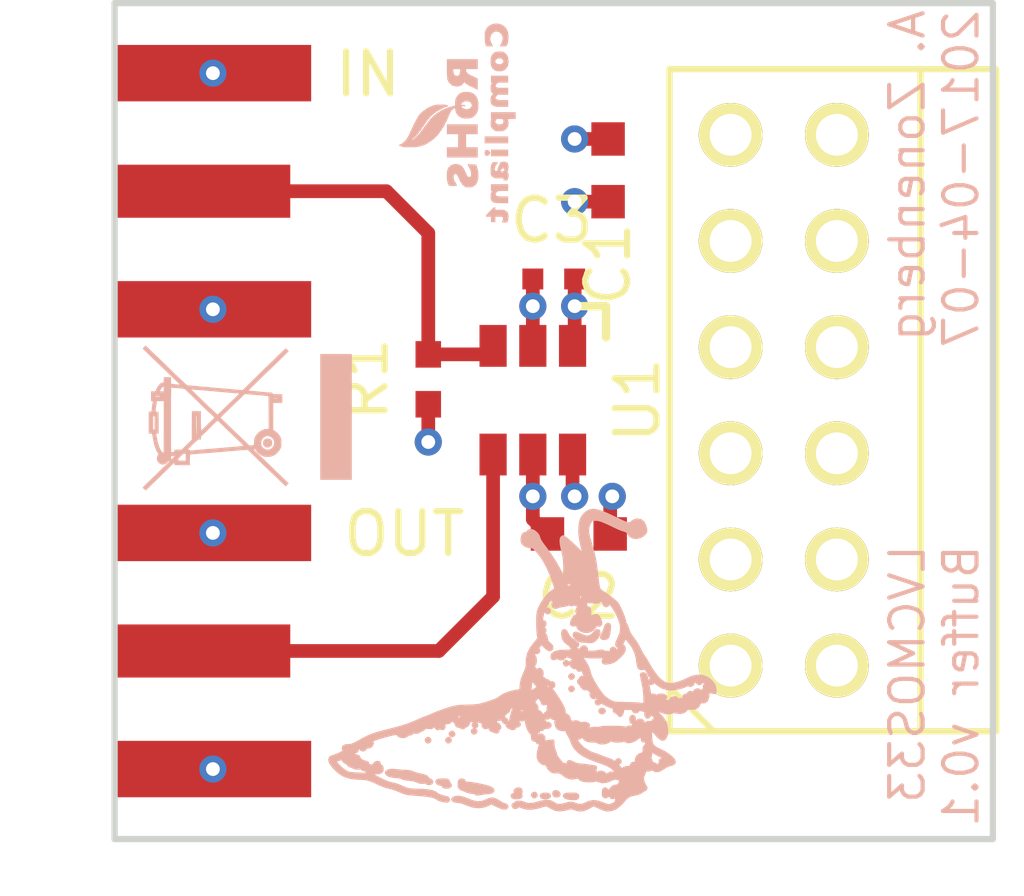
<source format=kicad_pcb>
(kicad_pcb (version 20170123) (host pcbnew "(2017-03-16 revision 996cba7)-master")
  (layers (0 F.Cu signal) (1 In1.Cu signal) (2 In2.Cu signal) (31 B.Cu signal) (34 B.Paste user) (35 F.Paste user) (36 B.SilkS user) (37 F.SilkS user) (38 B.Mask user) (39 F.Mask user) (44 Edge.Cuts user))
  (net 0 "")
  (net 1 /3V3)
  (net 2 /GND)
  (net 3 /VIN)
  (net 4 /VOUT)
  (net 5 "Net-(J1-Pad3)")
  (net 6 "Net-(J1-Pad9)")
  (net 7 "Net-(J1-Pad4)")
  (net 8 "Net-(J1-Pad10)")
  (net 9 "Net-(J1-Pad7)")
  (net 10 "Net-(J1-Pad8)")
  (net 11 "Net-(J1-Pad2)")
  (net 12 "Net-(J1-Pad1)")
  (module azonenberg_pcb:LONGTHING-1200DPI (layer B.Cu) (at 41.2 81.6 180)
    (fp_text reference G*** hide)
    (fp_text value LOGO hide)
  )
  (module w_logo:Logo_silk_ROHS_5x2.8mm (layer B.Cu) (at 40.2 68.4 270)
    (fp_text reference G*** hide)
    (fp_text value LOGO hide)
  )
  (module w_logo:Logo_silk_WEEE_3.4x5mm (layer B.Cu) (at 35.2 75.4 270)
    (fp_text reference G*** hide)
    (fp_text value LOGO hide)
  )
  (module azonenberg_pcb:SOT23_6 (layer F.Cu) (at 42 75 180)
    (fp_text reference U1 (at -2.5 0 270) (layer F.SilkS))
    (fp_text value 74AVC1T45 hide)
    (pad 1 smd rect (at -0.95 1.3 180) (size 0.65 1) (layers F.Cu F.Paste F.Mask) (net 1 /3V3))
    (pad 2 smd rect (at 0 1.3 180) (size 0.65 1) (layers F.Cu F.Paste F.Mask) (net 2 /GND))
    (pad 3 smd rect (at 0.95 1.3 180) (size 0.65 1) (layers F.Cu F.Paste F.Mask) (net 3 /VIN))
    (pad 4 smd rect (at 0.95 -1.3 180) (size 0.65 1) (layers F.Cu F.Paste F.Mask) (net 4 /VOUT))
    (pad 6 smd rect (at -0.95 -1.3 180) (size 0.65 1) (layers F.Cu F.Paste F.Mask) (net 1 /3V3))
    (pad 5 smd rect (at 0 -1.3 180) (size 0.65 1) (layers F.Cu F.Paste F.Mask) (net 1 /3V3))
  )
  (module azonenberg_pcb:CONN_HEADER_2.54MM_2x6_RA_PMOD_MODULE (layer F.Cu) (at 48 75 90)
    (fp_text reference J1 hide)
    (fp_text value PMOD_DEVICE_DIFF)
    (pad 3 thru_hole circle (at -1.27 -1.27 90) (size 1.524 1.524) (drill 1) (layers *.Cu *.Mask F.SilkS) (net 5 "Net-(J1-Pad3)"))
    (pad 9 thru_hole circle (at -1.27 1.27 90) (size 1.524 1.524) (drill 1) (layers *.Cu *.Mask F.SilkS) (net 6 "Net-(J1-Pad9)"))
    (pad 4 thru_hole circle (at 1.27 -1.27 90) (size 1.524 1.524) (drill 1) (layers *.Cu *.Mask F.SilkS) (net 7 "Net-(J1-Pad4)"))
    (pad 5 thru_hole circle (at 3.81 -1.27 90) (size 1.524 1.524) (drill 1) (layers *.Cu *.Mask F.SilkS) (net 2 /GND))
    (pad 6 thru_hole circle (at 6.35 -1.27 90) (size 1.524 1.524) (drill 1) (layers *.Cu *.Mask F.SilkS) (net 1 /3V3))
    (pad 12 thru_hole circle (at 6.35 1.27 90) (size 1.524 1.524) (drill 1) (layers *.Cu *.Mask F.SilkS) (net 1 /3V3))
    (pad 11 thru_hole circle (at 3.81 1.27 90) (size 1.524 1.524) (drill 1) (layers *.Cu *.Mask F.SilkS) (net 2 /GND))
    (pad 10 thru_hole circle (at 1.27 1.27 90) (size 1.524 1.524) (drill 1) (layers *.Cu *.Mask F.SilkS) (net 8 "Net-(J1-Pad10)"))
    (pad 7 thru_hole circle (at -6.35 1.27 90) (size 1.524 1.524) (drill 1) (layers *.Cu *.Mask F.SilkS) (net 9 "Net-(J1-Pad7)"))
    (pad 8 thru_hole circle (at -3.81 1.27 90) (size 1.524 1.524) (drill 1) (layers *.Cu *.Mask F.SilkS) (net 10 "Net-(J1-Pad8)"))
    (pad 2 thru_hole circle (at -3.81 -1.27 90) (size 1.524 1.524) (drill 1) (layers *.Cu *.Mask F.SilkS) (net 11 "Net-(J1-Pad2)"))
    (pad 1 thru_hole circle (at -6.35 -1.27 90) (size 1.524 1.524) (drill 1) (layers *.Cu *.Mask F.SilkS) (net 12 "Net-(J1-Pad1)"))
  )
  (module azonenberg_pcb:CONN_SMA_EDGE_SAMTEC_SMA_J_P_H_ST_EM1 (layer F.Cu) (at 32 81 270)
    (fp_text reference P2 hide)
    (fp_text value SMA)
    (pad 2 smd rect (at -2.825 -2.35 270) (size 1.35 4.7) (layers F.Cu F.Paste F.Mask) (net 2 /GND))
    (pad 2 smd rect (at 2.825 -2.35 270) (size 1.35 4.7) (layers F.Cu F.Paste F.Mask) (net 2 /GND))
    (pad 1 smd rect (at 0 -2.1 270) (size 1.27 4.2) (layers F.Cu F.Paste F.Mask) (net 4 /VOUT))
  )
  (module azonenberg_pcb:CONN_SMA_EDGE_SAMTEC_SMA_J_P_H_ST_EM1 (layer F.Cu) (at 32 70 270)
    (fp_text reference P1 hide)
    (fp_text value SMA)
    (pad 1 smd rect (at 0 -2.1 270) (size 1.27 4.2) (layers F.Cu F.Paste F.Mask) (net 3 /VIN))
    (pad 2 smd rect (at 2.825 -2.35 270) (size 1.35 4.7) (layers F.Cu F.Paste F.Mask) (net 2 /GND))
    (pad 2 smd rect (at -2.825 -2.35 270) (size 1.35 4.7) (layers F.Cu F.Paste F.Mask) (net 2 /GND))
  )
  (module azonenberg_pcb:EIA_0402_CAP_NOSILK (layer F.Cu) (at 42.5 72.1 180)
    (fp_text reference C3 (at 0.05 1.4 180) (layer F.SilkS))
    (fp_text value "0.47 uF" hide)
    (pad 1 smd rect (at -0.5 0 180) (size 0.5 0.5) (layers F.Cu F.Paste F.Mask) (net 1 /3V3))
    (pad 2 smd rect (at 0.5 0 180) (size 0.5 0.5) (layers F.Cu F.Paste F.Mask) (net 2 /GND))
  )
  (module azonenberg_pcb:EIA_0402_RES_NOSILK (layer F.Cu) (at 39.5 74.5 270)
    (fp_text reference R1 (at 0 1.5 270) (layer F.SilkS))
    (fp_text value 49.9 hide)
    (pad 1 smd rect (at -0.597 0 270) (size 0.635 0.61) (layers F.Cu F.Paste F.Mask) (net 3 /VIN))
    (pad 2 smd rect (at 0.597 0 270) (size 0.635 0.61) (layers F.Cu F.Paste F.Mask) (net 2 /GND))
  )
  (module azonenberg_pcb:EIA_0603_CAP_NOSILK (layer F.Cu) (at 43.1 78.2)
    (fp_text reference C2 (at 0 1.5) (layer F.SilkS))
    (fp_text value "4.7 uF" hide)
    (pad 2 smd rect (at 0.75 0) (size 0.8 0.8) (layers F.Cu F.Paste F.Mask) (net 2 /GND))
    (pad 1 smd rect (at -0.75 0) (size 0.8 0.8) (layers F.Cu F.Paste F.Mask) (net 1 /3V3))
  )
  (module azonenberg_pcb:EIA_0603_CAP_NOSILK (layer F.Cu) (at 43.8 69.5 270)
    (fp_text reference C1 (at 2.25 0 270) (layer F.SilkS))
    (fp_text value "4.7 uF" hide)
    (pad 1 smd rect (at -0.75 0 270) (size 0.8 0.8) (layers F.Cu F.Paste F.Mask) (net 1 /3V3))
    (pad 2 smd rect (at 0.75 0 270) (size 0.8 0.8) (layers F.Cu F.Paste F.Mask) (net 2 /GND))
  )
  (gr_text "LVCMOS33\nBuffer v0.1" (at 51.6 78.4 90) (layer B.SilkS) (effects (font (size 0.8 0.8) (thickness 0.1)) (justify left mirror)))
  (gr_text "A. Zonenberg\n2017-04-07" (at 51.6 65.6 90) (layer B.SilkS) (effects (font (size 0.8 0.8) (thickness 0.1)) (justify left mirror)))
  (gr_text OUT (at 37.4 78.2) (layer F.SilkS) (effects (font (size 1 1)) (justify left)))
  (gr_text IN (at 37.2 67.2) (layer F.SilkS) (effects (font (size 1 1)) (justify left)))
  (gr_line (start 32 85.5) (end 32 65.5) (layer Edge.Cuts) (width 0.15))
  (gr_line (start 53 85.5) (end 32 85.5) (layer Edge.Cuts) (width 0.15))
  (gr_line (start 53 65.5) (end 53 85.5) (layer Edge.Cuts) (width 0.15))
  (gr_line (start 32 65.5) (end 53 65.5) (layer Edge.Cuts) (width 0.15))
  (gr_line (start 43.75 72.75) (end 43.75 73.5) (layer F.SilkS) (width 0.2))
  (gr_line (start 43.5 72.75) (end 43.75 72.75) (layer F.SilkS) (width 0.2))
  (gr_line (start 43 72.75) (end 43.5 72.75) (layer F.SilkS) (width 0.2))
  (segment (start 42 77.3) (end 42 77.85) (width 0.328) (layer F.Cu) (net 1))
  (segment (start 42 77.85) (end 42.35 78.2) (width 0.328) (layer F.Cu) (net 1))
  (segment (start 42 76.3) (end 42 77.3) (width 0.328) (layer F.Cu) (net 1))
  (via (at 42 77.3) (size 0.65) (drill 0.33) (layers F.Cu B.Cu) (net 1))
  (segment (start 42.95 76.3) (end 42.95 77.25) (width 0.328) (layer F.Cu) (net 1))
  (segment (start 42.95 77.25) (end 43 77.3) (width 0.328) (layer F.Cu) (net 1))
  (via (at 43 77.3) (size 0.65) (drill 0.33) (layers F.Cu B.Cu) (net 1))
  (segment (start 43 72.1) (end 43 72.75) (width 0.328) (layer F.Cu) (net 1))
  (segment (start 43.8 68.75) (end 43 68.75) (width 0.328) (layer F.Cu) (net 1))
  (via (at 43 68.75) (size 0.65) (drill 0.33) (layers F.Cu B.Cu) (net 1))
  (segment (start 43 72.75) (end 43 73.65) (width 0.328) (layer F.Cu) (net 1))
  (segment (start 43 73.65) (end 42.95 73.7) (width 0.328) (layer F.Cu) (net 1))
  (via (at 43 72.75) (size 0.65) (drill 0.33) (layers F.Cu B.Cu) (net 1))
  (segment (start 43.85 78.2) (end 43.85 77.35) (width 0.328) (layer F.Cu) (net 2))
  (segment (start 43.85 77.35) (end 43.9 77.3) (width 0.328) (layer F.Cu) (net 2))
  (via (at 43.9 77.3) (size 0.65) (drill 0.33) (layers F.Cu B.Cu) (net 2))
  (segment (start 42 72.1) (end 42 72.75) (width 0.328) (layer F.Cu) (net 2))
  (segment (start 43.8 70.25) (end 43 70.25) (width 0.328) (layer F.Cu) (net 2))
  (via (at 43 70.25) (size 0.65) (drill 0.33) (layers F.Cu B.Cu) (net 2))
  (segment (start 42 72.75) (end 42 73.7) (width 0.328) (layer F.Cu) (net 2))
  (via (at 42 72.75) (size 0.65) (drill 0.33) (layers F.Cu B.Cu) (net 2))
  (segment (start 39.5 75.097) (end 39.5 76) (width 0.328) (layer F.Cu) (net 2))
  (via (at 39.5 76) (size 0.65) (drill 0.33) (layers F.Cu B.Cu) (net 2))
  (via (at 34.35 83.825) (size 0.65) (drill 0.33) (layers F.Cu B.Cu) (net 2))
  (via (at 34.35 78.175) (size 0.65) (drill 0.33) (layers F.Cu B.Cu) (net 2))
  (via (at 34.35 72.825) (size 0.65) (drill 0.33) (layers F.Cu B.Cu) (net 2))
  (via (at 34.35 67.175) (size 0.65) (drill 0.33) (layers F.Cu B.Cu) (net 2))
  (segment (start 34.1 70) (end 38.5 70) (width 0.328) (layer F.Cu) (net 3))
  (segment (start 38.5 70) (end 39.5 71) (width 0.328) (layer F.Cu) (net 3))
  (segment (start 39.5 71) (end 39.5 73.903) (width 0.328) (layer F.Cu) (net 3))
  (segment (start 39.5 73.903) (end 40.847 73.903) (width 0.328) (layer F.Cu) (net 3))
  (segment (start 40.847 73.903) (end 41.05 73.7) (width 0.328) (layer F.Cu) (net 3))
  (segment (start 34.1 81) (end 39.75 81) (width 0.328) (layer F.Cu) (net 4))
  (segment (start 39.75 81) (end 41.05 79.7) (width 0.328) (layer F.Cu) (net 4))
  (segment (start 41.05 79.7) (end 41.05 76.3) (width 0.328) (layer F.Cu) (net 4))
)
</source>
